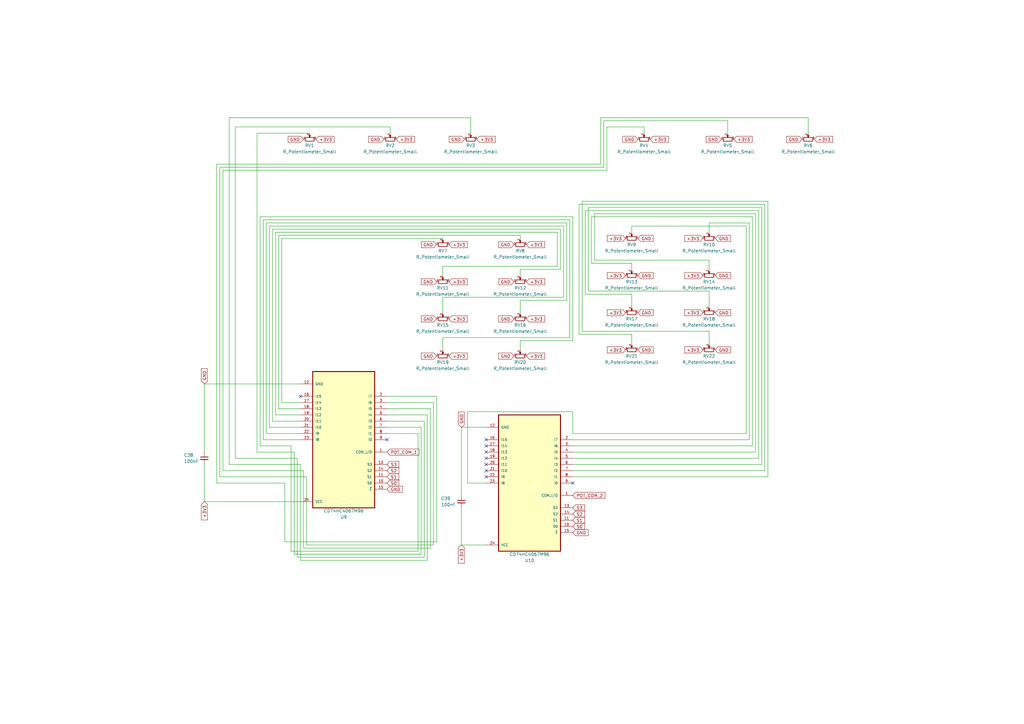
<source format=kicad_sch>
(kicad_sch (version 20250114) (generator "eeschema") (generator_version "9.0")
  (paper "A3")
  (title_block (title "@opensourcedj on twitter") (rev "1") (company "Alex G"))
  (lib_symbols
    (symbol "CD74HC4067M96:CD74HC4067M96" (pin_names (offset 1.016))
      (property "Reference" "U" (at -12.7 28.94 0))
      (property "Value" "CD74HC4067M96" (at -12.7 -31.94 0))
      (symbol "CD74HC4067M96_0_0"
        (rectangle (start -12.7 -27.94) (end 12.7 27.94) (stroke (width 0.41)) (fill (type background)))
        (pin input line (at -17.78 20.32 0) (length 5.08) (name "~{E}") (number "15"))
        (pin input line (at -17.78 17.78 0) (length 5.08) (name "S0") (number "10"))
        (pin input line (at -17.78 15.24 0) (length 5.08) (name "S1") (number "11"))
        (pin input line (at -17.78 12.7 0) (length 5.08) (name "S2") (number "14"))
        (pin input line (at -17.78 10.16 0) (length 5.08) (name "S3") (number "13"))
        (pin bidirectional line (at -17.78 5.08 0) (length 5.08) (name "COM_I/O") (number "1"))
        (pin bidirectional line (at -17.78 0 0) (length 5.08) (name "I0") (number "9"))
        (pin bidirectional line (at -17.78 -2.54 0) (length 5.08) (name "I1") (number "8"))
        (pin bidirectional line (at -17.78 -5.08 0) (length 5.08) (name "I2") (number "7"))
        (pin bidirectional line (at -17.78 -7.62 0) (length 5.08) (name "I3") (number "6"))
        (pin bidirectional line (at -17.78 -10.16 0) (length 5.08) (name "I4") (number "5"))
        (pin bidirectional line (at -17.78 -12.7 0) (length 5.08) (name "I5") (number "4"))
        (pin bidirectional line (at -17.78 -15.24 0) (length 5.08) (name "I6") (number "3"))
        (pin bidirectional line (at -17.78 -17.78 0) (length 5.08) (name "I7") (number "2"))
        (pin power_in line (at 17.78 25.4 180) (length 5.08) (name "VCC") (number "24"))
        (pin bidirectional line (at 17.78 0 180) (length 5.08) (name "I8") (number "23"))
        (pin bidirectional line (at 17.78 -2.54 180) (length 5.08) (name "I9") (number "22"))
        (pin bidirectional line (at 17.78 -5.08 180) (length 5.08) (name "I10") (number "21"))
        (pin bidirectional line (at 17.78 -7.62 180) (length 5.08) (name "I11") (number "20"))
        (pin bidirectional line (at 17.78 -10.16 180) (length 5.08) (name "I12") (number "19"))
        (pin bidirectional line (at 17.78 -12.7 180) (length 5.08) (name "I13") (number "18"))
        (pin bidirectional line (at 17.78 -15.24 180) (length 5.08) (name "I14") (number "17"))
        (pin bidirectional line (at 17.78 -17.78 180) (length 5.08) (name "I15") (number "16"))
        (pin power_in line (at 17.78 -22.86 180) (length 5.08) (name "GND") (number "12"))
      )
    )
    (symbol "Device:C_Small" (pin_numbers (hide yes)) (pin_names (offset 0.254) (hide yes))
      (property "Reference" "C" (at 0.254 1.778 0))
      (property "Value" "C_Small" (at 0.254 -2.032 0))
      (symbol "C_Small_0_1"
        (polyline (pts (xy -1.524 0.508) (xy 1.524 0.508)) (stroke (width 0.3048)))
        (polyline (pts (xy -1.524 -0.508) (xy 1.524 -0.508)) (stroke (width 0.3302)))
      )
      (symbol "C_Small_1_1"
        (pin passive line (at 0 2.54 270) (length 2.032) (name "~") (number "1"))
        (pin passive line (at 0 -2.54 90) (length 2.032) (name "~") (number "2"))
      )
    )
    (symbol "Device:R_Potentiometer_Small" (pin_names (offset 1.016) (hide yes))
      (property "Reference" "RV" (at -4.445 0 90))
      (property "Value" "R_Potentiometer_Small" (at -2.54 0 90))
      (symbol "R_Potentiometer_Small_0_1"
        (rectangle (start 0.762 1.8034) (end -0.762 -1.8034) (stroke (width 0.254)))
        (polyline (pts (xy 0.889 0) (xy 0.635 0) (xy 1.651 0.381) (xy 1.651 -0.381) (xy 0.635 0) (xy 0.889 0)) (fill (type outline)))
      )
      (symbol "R_Potentiometer_Small_1_1"
        (pin passive line (at 0 2.54 270) (length 0.635) (name "1") (number "1"))
        (pin passive line (at 0 -2.54 90) (length 0.635) (name "3") (number "3"))
        (pin passive line (at 2.54 0 180) (length 0.9906) (name "2") (number "2"))
      )
    )
  )
  (no_connect (at 199.39 195.58))
  (no_connect (at 234.95 198.12))
  (no_connect (at 199.39 180.34))
  (no_connect (at 199.39 187.96))
  (no_connect (at 199.39 185.42))
  (no_connect (at 199.39 190.5))
  (no_connect (at 158.75 180.34))
  (no_connect (at 199.39 182.88))
  (no_connect (at 199.39 193.04))
  (no_connect (at 123.19 162.56))
  (wire (pts (xy 189.23 175.26) (xy 199.39 175.26)))
  (wire (pts (xy 120.65 227.33) (xy 172.72 227.33)))
  (wire (pts (xy 233.68 138.43) (xy 233.68 90.17)))
  (wire (pts (xy 237.49 83.82) (xy 237.49 137.16)))
  (wire (pts (xy 290.83 125.73) (xy 290.83 119.38)))
  (wire (pts (xy 213.36 139.7) (xy 234.95 139.7)))
  (wire (pts (xy 107.95 90.17) (xy 107.95 180.34)))
  (wire (pts (xy 246.38 48.26) (xy 331.47 48.26)))
  (wire (pts (xy 113.03 170.18) (xy 123.19 170.18)))
  (wire (pts (xy 213.36 143.51) (xy 213.36 139.7)))
  (wire (pts (xy 290.83 119.38) (xy 241.3 119.38)))
  (wire (pts (xy 91.44 193.04) (xy 91.44 69.85)))
  (wire (pts (xy 179.07 222.25) (xy 179.07 162.56)))
  (wire (pts (xy 259.08 120.65) (xy 240.03 120.65)))
  (wire (pts (xy 127 54.61) (xy 105.41 54.61)))
  (wire (pts (xy 290.83 135.89) (xy 238.76 135.89)))
  (wire (pts (xy 125.73 195.58) (xy 125.73 223.52)))
  (wire (pts (xy 243.84 87.63) (xy 243.84 106.68)))
  (wire (pts (xy 240.03 86.36) (xy 240.03 120.65)))
  (wire (pts (xy 83.82 185.42) (xy 83.82 157.48)))
  (wire (pts (xy 171.45 226.06) (xy 171.45 177.8)))
  (wire (pts (xy 111.76 93.98) (xy 111.76 172.72)))
  (wire (pts (xy 83.82 205.74) (xy 123.19 205.74)))
  (wire (pts (xy 176.53 224.79) (xy 176.53 167.64)))
  (wire (pts (xy 331.47 48.26) (xy 331.47 54.61)))
  (wire (pts (xy 309.88 87.63) (xy 309.88 185.42)))
  (wire (pts (xy 181.61 128.27) (xy 181.61 121.92)))
  (wire (pts (xy 233.68 90.17) (xy 107.95 90.17)))
  (wire (pts (xy 160.02 52.07) (xy 96.52 52.07)))
  (wire (pts (xy 247.65 49.53) (xy 298.45 49.53)))
  (wire (pts (xy 113.03 95.25) (xy 113.03 170.18)))
  (wire (pts (xy 123.19 229.87) (xy 175.26 229.87)))
  (wire (pts (xy 189.23 223.52) (xy 199.39 223.52)))
  (wire (pts (xy 116.84 222.25) (xy 179.07 222.25)))
  (wire (pts (xy 88.9 67.31) (xy 246.38 67.31)))
  (wire (pts (xy 116.84 198.12) (xy 88.9 198.12)))
  (wire (pts (xy 96.52 187.96) (xy 121.92 187.96)))
  (wire (pts (xy 306.07 92.71) (xy 306.07 177.8)))
  (wire (pts (xy 177.8 223.52) (xy 177.8 165.1)))
  (wire (pts (xy 228.6 95.25) (xy 113.03 95.25)))
  (wire (pts (xy 116.84 198.12) (xy 116.84 222.25)))
  (wire (pts (xy 93.98 190.5) (xy 93.98 48.26)))
  (wire (pts (xy 241.3 85.09) (xy 312.42 85.09)))
  (wire (pts (xy 175.26 170.18) (xy 158.75 170.18)))
  (wire (pts (xy 158.75 165.1) (xy 177.8 165.1)))
  (wire (pts (xy 234.95 139.7) (xy 234.95 88.9)))
  (wire (pts (xy 243.84 87.63) (xy 309.88 87.63)))
  (wire (pts (xy 191.77 168.91) (xy 191.77 198.12)))
  (wire (pts (xy 229.87 93.98) (xy 111.76 93.98)))
  (wire (pts (xy 234.95 177.8) (xy 234.95 168.91)))
  (wire (pts (xy 240.03 86.36) (xy 311.15 86.36)))
  (wire (pts (xy 308.61 88.9) (xy 308.61 182.88)))
  (wire (pts (xy 231.14 121.92) (xy 231.14 92.71)))
  (wire (pts (xy 290.83 91.44) (xy 307.34 91.44)))
  (wire (pts (xy 179.07 162.56) (xy 158.75 162.56)))
  (wire (pts (xy 242.57 88.9) (xy 308.61 88.9)))
  (wire (pts (xy 114.3 96.52) (xy 114.3 167.64)))
  (wire (pts (xy 313.69 193.04) (xy 234.95 193.04)))
  (wire (pts (xy 83.82 157.48) (xy 123.19 157.48)))
  (wire (pts (xy 114.3 167.64) (xy 123.19 167.64)))
  (wire (pts (xy 213.36 113.03) (xy 213.36 110.49)))
  (wire (pts (xy 120.65 185.42) (xy 120.65 227.33)))
  (wire (pts (xy 115.57 165.1) (xy 123.19 165.1)))
  (wire (pts (xy 213.36 97.79) (xy 213.36 96.52)))
  (wire (pts (xy 238.76 82.55) (xy 314.96 82.55)))
  (wire (pts (xy 90.17 68.58) (xy 247.65 68.58)))
  (wire (pts (xy 213.36 96.52) (xy 114.3 96.52)))
  (wire (pts (xy 125.73 223.52) (xy 177.8 223.52)))
  (wire (pts (xy 213.36 128.27) (xy 213.36 123.19)))
  (wire (pts (xy 259.08 110.49) (xy 259.08 107.95)))
  (wire (pts (xy 229.87 110.49) (xy 229.87 93.98)))
  (wire (pts (xy 109.22 177.8) (xy 123.19 177.8)))
  (wire (pts (xy 124.46 224.79) (xy 176.53 224.79)))
  (wire (pts (xy 313.69 83.82) (xy 313.69 193.04)))
  (wire (pts (xy 213.36 123.19) (xy 232.41 123.19)))
  (wire (pts (xy 259.08 92.71) (xy 259.08 95.25)))
  (wire (pts (xy 109.22 91.44) (xy 109.22 177.8)))
  (wire (pts (xy 290.83 110.49) (xy 290.83 106.68)))
  (wire (pts (xy 111.76 172.72) (xy 123.19 172.72)))
  (wire (pts (xy 172.72 175.26) (xy 158.75 175.26)))
  (wire (pts (xy 83.82 205.74) (xy 83.82 190.5)))
  (wire (pts (xy 307.34 91.44) (xy 307.34 180.34)))
  (wire (pts (xy 309.88 185.42) (xy 234.95 185.42)))
  (wire (pts (xy 121.92 228.6) (xy 173.99 228.6)))
  (wire (pts (xy 90.17 195.58) (xy 125.73 195.58)))
  (wire (pts (xy 173.99 228.6) (xy 173.99 172.72)))
  (wire (pts (xy 231.14 92.71) (xy 110.49 92.71)))
  (wire (pts (xy 314.96 82.55) (xy 314.96 195.58)))
  (wire (pts (xy 105.41 54.61) (xy 105.41 185.42)))
  (wire (pts (xy 175.26 229.87) (xy 175.26 170.18)))
  (wire (pts (xy 160.02 52.07) (xy 160.02 54.61)))
  (wire (pts (xy 290.83 106.68) (xy 243.84 106.68)))
  (wire (pts (xy 88.9 198.12) (xy 88.9 67.31)))
  (wire (pts (xy 107.95 180.34) (xy 123.19 180.34)))
  (wire (pts (xy 248.92 52.07) (xy 264.16 52.07)))
  (wire (pts (xy 237.49 83.82) (xy 313.69 83.82)))
  (wire (pts (xy 119.38 226.06) (xy 171.45 226.06)))
  (wire (pts (xy 259.08 140.97) (xy 259.08 137.16)))
  (wire (pts (xy 181.61 138.43) (xy 233.68 138.43)))
  (wire (pts (xy 306.07 177.8) (xy 234.95 177.8)))
  (wire (pts (xy 90.17 195.58) (xy 90.17 68.58)))
  (wire (pts (xy 121.92 187.96) (xy 121.92 228.6)))
  (wire (pts (xy 259.08 137.16) (xy 237.49 137.16)))
  (wire (pts (xy 91.44 69.85) (xy 248.92 69.85)))
  (wire (pts (xy 298.45 49.53) (xy 298.45 54.61)))
  (wire (pts (xy 259.08 92.71) (xy 306.07 92.71)))
  (wire (pts (xy 119.38 182.88) (xy 119.38 226.06)))
  (wire (pts (xy 91.44 193.04) (xy 124.46 193.04)))
  (wire (pts (xy 311.15 187.96) (xy 234.95 187.96)))
  (wire (pts (xy 314.96 195.58) (xy 234.95 195.58)))
  (wire (pts (xy 213.36 110.49) (xy 229.87 110.49)))
  (wire (pts (xy 110.49 175.26) (xy 123.19 175.26)))
  (wire (pts (xy 290.83 140.97) (xy 290.83 135.89)))
  (wire (pts (xy 234.95 88.9) (xy 106.68 88.9)))
  (wire (pts (xy 96.52 52.07) (xy 96.52 187.96)))
  (wire (pts (xy 232.41 123.19) (xy 232.41 91.44)))
  (wire (pts (xy 181.61 143.51) (xy 181.61 138.43)))
  (wire (pts (xy 105.41 185.42) (xy 120.65 185.42)))
  (wire (pts (xy 234.95 168.91) (xy 191.77 168.91)))
  (wire (pts (xy 246.38 67.31) (xy 246.38 48.26)))
  (wire (pts (xy 181.61 109.22) (xy 228.6 109.22)))
  (wire (pts (xy 242.57 88.9) (xy 242.57 107.95)))
  (wire (pts (xy 248.92 69.85) (xy 248.92 52.07)))
  (wire (pts (xy 308.61 182.88) (xy 234.95 182.88)))
  (wire (pts (xy 123.19 190.5) (xy 123.19 229.87)))
  (wire (pts (xy 259.08 125.73) (xy 259.08 120.65)))
  (wire (pts (xy 247.65 68.58) (xy 247.65 49.53)))
  (wire (pts (xy 311.15 86.36) (xy 311.15 187.96)))
  (wire (pts (xy 193.04 48.26) (xy 193.04 54.61)))
  (wire (pts (xy 106.68 88.9) (xy 106.68 182.88)))
  (wire (pts (xy 181.61 121.92) (xy 231.14 121.92)))
  (wire (pts (xy 189.23 223.52) (xy 189.23 208.28)))
  (wire (pts (xy 228.6 109.22) (xy 228.6 95.25)))
  (wire (pts (xy 93.98 190.5) (xy 123.19 190.5)))
  (wire (pts (xy 181.61 113.03) (xy 181.61 109.22)))
  (wire (pts (xy 115.57 97.79) (xy 115.57 165.1)))
  (wire (pts (xy 312.42 85.09) (xy 312.42 190.5)))
  (wire (pts (xy 290.83 95.25) (xy 290.83 91.44)))
  (wire (pts (xy 173.99 172.72) (xy 158.75 172.72)))
  (wire (pts (xy 172.72 227.33) (xy 172.72 175.26)))
  (wire (pts (xy 93.98 48.26) (xy 193.04 48.26)))
  (wire (pts (xy 191.77 198.12) (xy 199.39 198.12)))
  (wire (pts (xy 189.23 203.2) (xy 189.23 175.26)))
  (wire (pts (xy 106.68 182.88) (xy 119.38 182.88)))
  (wire (pts (xy 110.49 92.71) (xy 110.49 175.26)))
  (wire (pts (xy 307.34 180.34) (xy 234.95 180.34)))
  (wire (pts (xy 312.42 190.5) (xy 234.95 190.5)))
  (wire (pts (xy 241.3 85.09) (xy 241.3 119.38)))
  (wire (pts (xy 259.08 107.95) (xy 242.57 107.95)))
  (wire (pts (xy 232.41 91.44) (xy 109.22 91.44)))
  (wire (pts (xy 176.53 167.64) (xy 158.75 167.64)))
  (wire (pts (xy 238.76 82.55) (xy 238.76 135.89)))
  (wire (pts (xy 264.16 52.07) (xy 264.16 54.61)))
  (wire (pts (xy 181.61 97.79) (xy 115.57 97.79)))
  (wire (pts (xy 124.46 193.04) (xy 124.46 224.79)))
  (wire (pts (xy 171.45 177.8) (xy 158.75 177.8)))
  (global_label "GND" (shape input) (at 293.37 113.03 0) (property "Intersheetrefs" "${INTERSHEET_REFS}" (effects (hide yes))))
  (global_label "+3V3" (shape input) (at 215.9 146.05 0) (property "Intersheetrefs" "${INTERSHEET_REFS}" (effects (hide yes))))
  (global_label "+3V3" (shape input) (at 266.7 57.15 0) (property "Intersheetrefs" "${INTERSHEET_REFS}" (effects (hide yes))))
  (global_label "+3V3" (shape input) (at 334.01 57.15 0) (property "Intersheetrefs" "${INTERSHEET_REFS}" (effects (hide yes))))
  (global_label "+3V3" (shape input) (at 256.54 113.03 180) (property "Intersheetrefs" "${INTERSHEET_REFS}" (effects (hide yes))))
  (global_label "GND" (shape input) (at 179.07 146.05 180) (property "Intersheetrefs" "${INTERSHEET_REFS}" (effects (hide yes))))
  (global_label "GND" (shape input) (at 293.37 128.27 0) (property "Intersheetrefs" "${INTERSHEET_REFS}" (effects (hide yes))))
  (global_label "S2" (shape input) (at 234.95 210.82 0) (property "Intersheetrefs" "${INTERSHEET_REFS}" (effects (hide yes))))
  (global_label "GND" (shape input) (at 179.07 115.57 180) (property "Intersheetrefs" "${INTERSHEET_REFS}" (effects (hide yes))))
  (global_label "GND" (shape input) (at 179.07 130.81 180) (property "Intersheetrefs" "${INTERSHEET_REFS}" (effects (hide yes))))
  (global_label "+3V3" (shape input) (at 215.9 115.57 0) (property "Intersheetrefs" "${INTERSHEET_REFS}" (effects (hide yes))))
  (global_label "+3V3" (shape input) (at 83.82 205.74 270) (property "Intersheetrefs" "${INTERSHEET_REFS}" (effects (hide yes))))
  (global_label "+3V3" (shape input) (at 256.54 97.79 180) (property "Intersheetrefs" "${INTERSHEET_REFS}" (effects (hide yes))))
  (global_label "+3V3" (shape input) (at 129.54 57.15 0) (property "Intersheetrefs" "${INTERSHEET_REFS}" (effects (hide yes))))
  (global_label "GND" (shape input) (at 124.46 57.15 180) (property "Intersheetrefs" "${INTERSHEET_REFS}" (effects (hide yes))))
  (global_label "GND" (shape input) (at 210.82 100.33 180) (property "Intersheetrefs" "${INTERSHEET_REFS}" (effects (hide yes))))
  (global_label "GND" (shape input) (at 158.75 200.66 0) (property "Intersheetrefs" "${INTERSHEET_REFS}" (effects (hide yes))))
  (global_label "POT_COM_1" (shape input) (at 158.75 185.42 0) (property "Intersheetrefs" "${INTERSHEET_REFS}" (effects (hide yes))))
  (global_label "GND" (shape input) (at 293.37 143.51 0) (property "Intersheetrefs" "${INTERSHEET_REFS}" (effects (hide yes))))
  (global_label "S0" (shape input) (at 158.75 198.12 0) (property "Intersheetrefs" "${INTERSHEET_REFS}" (effects (hide yes))))
  (global_label "GND" (shape input) (at 210.82 115.57 180) (property "Intersheetrefs" "${INTERSHEET_REFS}" (effects (hide yes))))
  (global_label "+3V3" (shape input) (at 195.58 57.15 0) (property "Intersheetrefs" "${INTERSHEET_REFS}" (effects (hide yes))))
  (global_label "GND" (shape input) (at 328.93 57.15 180) (property "Intersheetrefs" "${INTERSHEET_REFS}" (effects (hide yes))))
  (global_label "+3V3" (shape input) (at 288.29 143.51 180) (property "Intersheetrefs" "${INTERSHEET_REFS}" (effects (hide yes))))
  (global_label "+3V3" (shape input) (at 184.15 115.57 0) (property "Intersheetrefs" "${INTERSHEET_REFS}" (effects (hide yes))))
  (global_label "GND" (shape input) (at 261.62 128.27 0) (property "Intersheetrefs" "${INTERSHEET_REFS}" (effects (hide yes))))
  (global_label "S2" (shape input) (at 158.75 193.04 0) (property "Intersheetrefs" "${INTERSHEET_REFS}" (effects (hide yes))))
  (global_label "GND" (shape input) (at 179.07 100.33 180) (property "Intersheetrefs" "${INTERSHEET_REFS}" (effects (hide yes))))
  (global_label "GND" (shape input) (at 210.82 130.81 180) (property "Intersheetrefs" "${INTERSHEET_REFS}" (effects (hide yes))))
  (global_label "+3V3" (shape input) (at 215.9 100.33 0) (property "Intersheetrefs" "${INTERSHEET_REFS}" (effects (hide yes))))
  (global_label "+3V3" (shape input) (at 184.15 100.33 0) (property "Intersheetrefs" "${INTERSHEET_REFS}" (effects (hide yes))))
  (global_label "GND" (shape input) (at 261.62 143.51 0) (property "Intersheetrefs" "${INTERSHEET_REFS}" (effects (hide yes))))
  (global_label "S3" (shape input) (at 234.95 208.28 0) (property "Intersheetrefs" "${INTERSHEET_REFS}" (effects (hide yes))))
  (global_label "POT_COM_2" (shape input) (at 234.95 203.2 0) (property "Intersheetrefs" "${INTERSHEET_REFS}" (effects (hide yes))))
  (global_label "S0" (shape input) (at 234.95 215.9 0) (property "Intersheetrefs" "${INTERSHEET_REFS}" (effects (hide yes))))
  (global_label "+3V3" (shape input) (at 288.29 128.27 180) (property "Intersheetrefs" "${INTERSHEET_REFS}" (effects (hide yes))))
  (global_label "S3" (shape input) (at 158.75 190.5 0) (property "Intersheetrefs" "${INTERSHEET_REFS}" (effects (hide yes))))
  (global_label "GND" (shape input) (at 261.62 57.15 180) (property "Intersheetrefs" "${INTERSHEET_REFS}" (effects (hide yes))))
  (global_label "S1" (shape input) (at 234.95 213.36 0) (property "Intersheetrefs" "${INTERSHEET_REFS}" (effects (hide yes))))
  (global_label "GND" (shape input) (at 210.82 146.05 180) (property "Intersheetrefs" "${INTERSHEET_REFS}" (effects (hide yes))))
  (global_label "GND" (shape input) (at 190.5 57.15 180) (property "Intersheetrefs" "${INTERSHEET_REFS}" (effects (hide yes))))
  (global_label "GND" (shape input) (at 293.37 97.79 0) (property "Intersheetrefs" "${INTERSHEET_REFS}" (effects (hide yes))))
  (global_label "GND" (shape input) (at 189.23 175.26 90) (property "Intersheetrefs" "${INTERSHEET_REFS}" (effects (hide yes))))
  (global_label "+3V3" (shape input) (at 288.29 113.03 180) (property "Intersheetrefs" "${INTERSHEET_REFS}" (effects (hide yes))))
  (global_label "GND" (shape input) (at 261.62 97.79 0) (property "Intersheetrefs" "${INTERSHEET_REFS}" (effects (hide yes))))
  (global_label "GND" (shape input) (at 157.48 57.15 180) (property "Intersheetrefs" "${INTERSHEET_REFS}" (effects (hide yes))))
  (global_label "GND" (shape input) (at 234.95 218.44 0) (property "Intersheetrefs" "${INTERSHEET_REFS}" (effects (hide yes))))
  (global_label "+3V3" (shape input) (at 215.9 130.81 0) (property "Intersheetrefs" "${INTERSHEET_REFS}" (effects (hide yes))))
  (global_label "GND" (shape input) (at 261.62 113.03 0) (property "Intersheetrefs" "${INTERSHEET_REFS}" (effects (hide yes))))
  (global_label "S1" (shape input) (at 158.75 195.58 0) (property "Intersheetrefs" "${INTERSHEET_REFS}" (effects (hide yes))))
  (global_label "+3V3" (shape input) (at 184.15 130.81 0) (property "Intersheetrefs" "${INTERSHEET_REFS}" (effects (hide yes))))
  (global_label "+3V3" (shape input) (at 189.23 223.52 270) (property "Intersheetrefs" "${INTERSHEET_REFS}" (effects (hide yes))))
  (global_label "+3V3" (shape input) (at 256.54 128.27 180) (property "Intersheetrefs" "${INTERSHEET_REFS}" (effects (hide yes))))
  (global_label "+3V3" (shape input) (at 300.99 57.15 0) (property "Intersheetrefs" "${INTERSHEET_REFS}" (effects (hide yes))))
  (global_label "GND" (shape input) (at 295.91 57.15 180) (property "Intersheetrefs" "${INTERSHEET_REFS}" (effects (hide yes))))
  (global_label "+3V3" (shape input) (at 256.54 143.51 180) (property "Intersheetrefs" "${INTERSHEET_REFS}" (effects (hide yes))))
  (global_label "+3V3" (shape input) (at 162.56 57.15 0) (property "Intersheetrefs" "${INTERSHEET_REFS}" (effects (hide yes))))
  (global_label "+3V3" (shape input) (at 184.15 146.05 0) (property "Intersheetrefs" "${INTERSHEET_REFS}" (effects (hide yes))))
  (global_label "GND" (shape input) (at 83.82 157.48 90) (property "Intersheetrefs" "${INTERSHEET_REFS}" (effects (hide yes))))
  (global_label "+3V3" (shape input) (at 288.29 97.79 180) (property "Intersheetrefs" "${INTERSHEET_REFS}" (effects (hide yes))))
  (symbol (lib_id "Device:R_Potentiometer_Small") (at 213.36 146.05 90) (unit 1)
    (property "Reference" "RV20" (at 213.36 148.59 90))
    (property "Value" "R_Potentiometer_Small" (at 213.36 151.13 90))
    (property "Footprint" "rotary_pots_eq:RK09D1130C3W_using_RK09D1130009_footprint_ALPS" (effects (hide yes)))
    (property "Description" "Potentiometer" (effects (hide yes)))
  )
  (symbol (lib_id "Device:R_Potentiometer_Small") (at 181.61 100.33 90) (unit 1)
    (property "Reference" "RV7" (at 181.61 102.87 90))
    (property "Value" "R_Potentiometer_Small" (at 181.61 105.41 90))
    (property "Footprint" "rotary_pots_eq:RK09D1130C3W_using_RK09D1130009_footprint_ALPS" (effects (hide yes)))
    (property "Description" "Potentiometer" (effects (hide yes)))
  )
  (symbol (lib_id "Device:R_Potentiometer_Small") (at 181.61 115.57 90) (unit 1)
    (property "Reference" "RV11" (at 181.61 118.11 90))
    (property "Value" "R_Potentiometer_Small" (at 181.61 120.65 90))
    (property "Footprint" "rotary_pots_eq:RK09D1130C3W_using_RK09D1130009_footprint_ALPS" (effects (hide yes)))
    (property "Description" "Potentiometer" (effects (hide yes)))
  )
  (symbol (lib_id "Device:R_Potentiometer_Small") (at 264.16 57.15 90) (unit 1)
    (property "Reference" "RV4" (at 264.16 59.69 90))
    (property "Value" "R_Potentiometer_Small" (at 264.16 62.23 90))
    (property "Footprint" "rotary_pots_eq:RK09D1130C3W_using_RK09D1130009_footprint_ALPS" (effects (hide yes)))
    (property "Description" "Potentiometer" (effects (hide yes)))
  )
  (symbol (lib_id "Device:R_Potentiometer_Small") (at 259.08 128.27 270) (mirror x) (unit 1)
    (property "Reference" "RV17" (at 259.08 130.81 90))
    (property "Value" "R_Potentiometer_Small" (at 259.08 133.35 90))
    (property "Footprint" "rotary_pots_eq:RK09D1130C3W_using_RK09D1130009_footprint_ALPS" (effects (hide yes)))
    (property "Description" "Potentiometer" (effects (hide yes)))
  )
  (symbol (lib_id "Device:R_Potentiometer_Small") (at 181.61 130.81 90) (unit 1)
    (property "Reference" "RV15" (at 181.61 133.35 90))
    (property "Value" "R_Potentiometer_Small" (at 181.61 135.89 90))
    (property "Footprint" "rotary_pots_eq:RK09D1130C3W_using_RK09D1130009_footprint_ALPS" (effects (hide yes)))
    (property "Description" "Potentiometer" (effects (hide yes)))
  )
  (symbol (lib_id "CD74HC4067M96:CD74HC4067M96") (at 217.17 198.12 180) (unit 1)
    (property "Reference" "U10" (at 217.17 229.87 0))
    (property "Value" "CD74HC4067M96" (at 217.17 227.33 0))
    (property "Footprint" "CD74HC4067M96:SOIC127P1030X265-24N" (effects (hide yes)))
  )
  (symbol (lib_id "Device:C_Small") (at 83.82 187.96 0) (unit 1)
    (property "Reference" "C38" (at 75.438 186.69 0) (effects (justify left)))
    (property "Value" "100nF" (at 75.438 189.23 0) (effects (justify left)))
    (property "Footprint" "Capacitor_SMD:C_0603_1608Metric" (effects (hide yes)))
    (property "Description" "Unpolarized capacitor, small symbol" (effects (hide yes)))
  )
  (symbol (lib_id "Device:R_Potentiometer_Small") (at 160.02 57.15 90) (unit 1)
    (property "Reference" "RV2" (at 160.02 59.69 90))
    (property "Value" "R_Potentiometer_Small" (at 160.02 62.23 90))
    (property "Footprint" "rotary_pots_eq:RK09D1130C3W_using_RK09D1130009_footprint_ALPS" (effects (hide yes)))
    (property "Description" "Potentiometer" (effects (hide yes)))
  )
  (symbol (lib_id "Device:R_Potentiometer_Small") (at 127 57.15 90) (unit 1)
    (property "Reference" "RV1" (at 127 59.69 90))
    (property "Value" "R_Potentiometer_Small" (at 127 62.23 90))
    (property "Footprint" "rotary_pots_eq:RK09D1130C3W_using_RK09D1130009_footprint_ALPS" (effects (hide yes)))
    (property "Description" "Potentiometer" (effects (hide yes)))
  )
  (symbol (lib_id "Device:R_Potentiometer_Small") (at 259.08 97.79 270) (mirror x) (unit 1)
    (property "Reference" "RV9" (at 259.08 100.33 90))
    (property "Value" "R_Potentiometer_Small" (at 259.08 102.87 90))
    (property "Footprint" "rotary_pots_eq:RK09D1130C3W_using_RK09D1130009_footprint_ALPS" (effects (hide yes)))
    (property "Description" "Potentiometer" (effects (hide yes)))
  )
  (symbol (lib_id "Device:C_Small") (at 189.23 205.74 0) (unit 1)
    (property "Reference" "C39" (at 180.848 204.47 0) (effects (justify left)))
    (property "Value" "100nF" (at 180.848 207.01 0) (effects (justify left)))
    (property "Footprint" "Capacitor_SMD:C_0603_1608Metric" (effects (hide yes)))
    (property "Description" "Unpolarized capacitor, small symbol" (effects (hide yes)))
  )
  (symbol (lib_id "Device:R_Potentiometer_Small") (at 290.83 97.79 270) (mirror x) (unit 1)
    (property "Reference" "RV10" (at 290.83 100.33 90))
    (property "Value" "R_Potentiometer_Small" (at 290.83 102.87 90))
    (property "Footprint" "rotary_pots_eq:RK09D1130C3W_using_RK09D1130009_footprint_ALPS" (effects (hide yes)))
    (property "Description" "Potentiometer" (effects (hide yes)))
  )
  (symbol (lib_id "Device:R_Potentiometer_Small") (at 181.61 146.05 90) (unit 1)
    (property "Reference" "RV19" (at 181.61 148.59 90))
    (property "Value" "R_Potentiometer_Small" (at 181.61 151.13 90))
    (property "Footprint" "rotary_pots_eq:RK09D1130C3W_using_RK09D1130009_footprint_ALPS" (effects (hide yes)))
    (property "Description" "Potentiometer" (effects (hide yes)))
  )
  (symbol (lib_id "Device:R_Potentiometer_Small") (at 213.36 130.81 90) (unit 1)
    (property "Reference" "RV16" (at 213.36 133.35 90))
    (property "Value" "R_Potentiometer_Small" (at 213.36 135.89 90))
    (property "Footprint" "rotary_pots_eq:RK09D1130C3W_using_RK09D1130009_footprint_ALPS" (effects (hide yes)))
    (property "Description" "Potentiometer" (effects (hide yes)))
  )
  (symbol (lib_id "Device:R_Potentiometer_Small") (at 213.36 115.57 90) (unit 1)
    (property "Reference" "RV12" (at 213.36 118.11 90))
    (property "Value" "R_Potentiometer_Small" (at 213.36 120.65 90))
    (property "Footprint" "rotary_pots_eq:RK09D1130C3W_using_RK09D1130009_footprint_ALPS" (effects (hide yes)))
    (property "Description" "Potentiometer" (effects (hide yes)))
  )
  (symbol (lib_id "Device:R_Potentiometer_Small") (at 213.36 100.33 90) (unit 1)
    (property "Reference" "RV8" (at 213.36 102.87 90))
    (property "Value" "R_Potentiometer_Small" (at 213.36 105.41 90))
    (property "Footprint" "rotary_pots_eq:RK09D1130C3W_using_RK09D1130009_footprint_ALPS" (effects (hide yes)))
    (property "Description" "Potentiometer" (effects (hide yes)))
  )
  (symbol (lib_id "Device:R_Potentiometer_Small") (at 290.83 113.03 270) (mirror x) (unit 1)
    (property "Reference" "RV14" (at 290.83 115.57 90))
    (property "Value" "R_Potentiometer_Small" (at 290.83 118.11 90))
    (property "Footprint" "rotary_pots_eq:RK09D1130C3W_using_RK09D1130009_footprint_ALPS" (effects (hide yes)))
    (property "Description" "Potentiometer" (effects (hide yes)))
  )
  (symbol (lib_id "CD74HC4067M96:CD74HC4067M96") (at 140.97 180.34 180) (unit 1)
    (property "Reference" "U9" (at 140.97 212.09 0))
    (property "Value" "CD74HC4067M96" (at 140.97 209.55 0))
    (property "Footprint" "CD74HC4067M96:SOIC127P1030X265-24N" (effects (hide yes)))
  )
  (symbol (lib_id "Device:R_Potentiometer_Small") (at 259.08 113.03 270) (mirror x) (unit 1)
    (property "Reference" "RV13" (at 259.08 115.57 90))
    (property "Value" "R_Potentiometer_Small" (at 259.08 118.11 90))
    (property "Footprint" "rotary_pots_eq:RK09D1130C3W_using_RK09D1130009_footprint_ALPS" (effects (hide yes)))
    (property "Description" "Potentiometer" (effects (hide yes)))
  )
  (symbol (lib_id "Device:R_Potentiometer_Small") (at 259.08 143.51 270) (mirror x) (unit 1)
    (property "Reference" "RV21" (at 259.08 146.05 90))
    (property "Value" "R_Potentiometer_Small" (at 259.08 148.59 90))
    (property "Footprint" "rotary_pots_eq:RK09D1130C3W_using_RK09D1130009_footprint_ALPS" (effects (hide yes)))
    (property "Description" "Potentiometer" (effects (hide yes)))
  )
  (symbol (lib_id "Device:R_Potentiometer_Small") (at 290.83 143.51 270) (mirror x) (unit 1)
    (property "Reference" "RV22" (at 290.83 146.05 90))
    (property "Value" "R_Potentiometer_Small" (at 290.83 148.59 90))
    (property "Footprint" "rotary_pots_eq:RK09D1130C3W_using_RK09D1130009_footprint_ALPS" (effects (hide yes)))
    (property "Description" "Potentiometer" (effects (hide yes)))
  )
  (symbol (lib_id "Device:R_Potentiometer_Small") (at 193.04 57.15 90) (unit 1)
    (property "Reference" "RV3" (at 193.04 59.69 90))
    (property "Value" "R_Potentiometer_Small" (at 193.04 62.23 90))
    (property "Footprint" "rotary_pots_eq:RK09D1130C3W_using_RK09D1130009_footprint_ALPS" (effects (hide yes)))
    (property "Description" "Potentiometer" (effects (hide yes)))
  )
  (symbol (lib_id "Device:R_Potentiometer_Small") (at 290.83 128.27 270) (mirror x) (unit 1)
    (property "Reference" "RV18" (at 290.83 130.81 90))
    (property "Value" "R_Potentiometer_Small" (at 290.83 133.35 90))
    (property "Footprint" "rotary_pots_eq:RK09D1130C3W_using_RK09D1130009_footprint_ALPS" (effects (hide yes)))
    (property "Description" "Potentiometer" (effects (hide yes)))
  )
  (symbol (lib_id "Device:R_Potentiometer_Small") (at 298.45 57.15 90) (unit 1)
    (property "Reference" "RV5" (at 298.45 59.69 90))
    (property "Value" "R_Potentiometer_Small" (at 298.45 62.23 90))
    (property "Footprint" "rotary_pots_eq:RK09D1130C3W_using_RK09D1130009_footprint_ALPS" (effects (hide yes)))
    (property "Description" "Potentiometer" (effects (hide yes)))
  )
  (symbol (lib_id "Device:R_Potentiometer_Small") (at 331.47 57.15 90) (unit 1)
    (property "Reference" "RV6" (at 331.47 59.69 90))
    (property "Value" "R_Potentiometer_Small" (at 331.47 62.23 90))
    (property "Footprint" "rotary_pots_eq:RK09D1130C3W_using_RK09D1130009_footprint_ALPS" (effects (hide yes)))
    (property "Description" "Potentiometer" (effects (hide yes)))
  )
)
</source>
